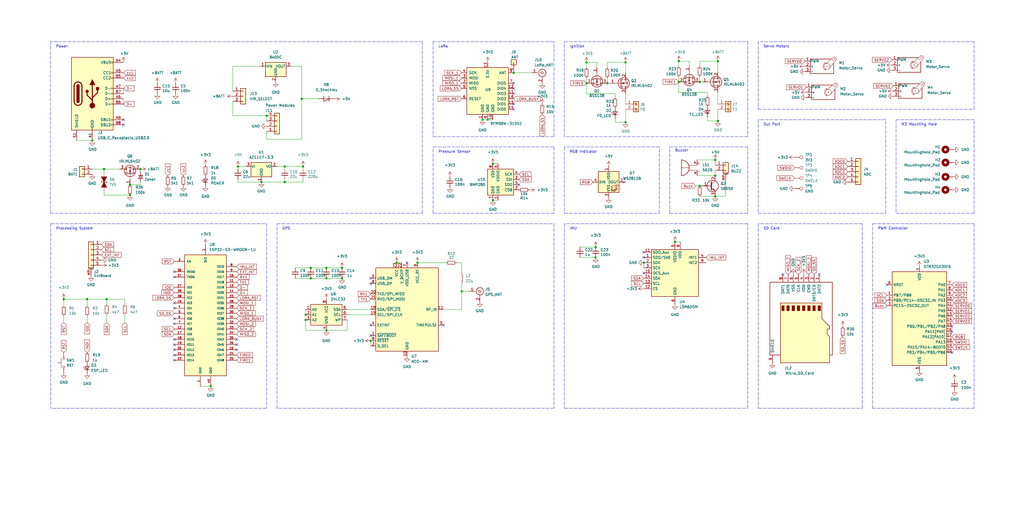
<source format=kicad_sch>
(kicad_sch (version 20230121) (generator eeschema)
  (paper "User" 499.999 250.012)
  (title_block (title "ISP32") (date "2023-01-05") (rev "v0.0.1") (company "NCKU ISP"))
  (junction (at 147.955 81.28))
  (junction (at 240.665 80.01))
  (junction (at 139.065 81.28))
  (junction (at 52.07 146.05))
  (junction (at 349.25 78.105))
  (junction (at 63.5 95.25))
  (junction (at 159.385 135.89))
  (junction (at 149.225 153.67))
  (junction (at 31.115 146.05))
  (junction (at 331.47 40.005))
  (junction (at 329.565 118.11))
  (junction (at 225.425 142.24))
  (junction (at 130.175 56.515))
  (junction (at 290.83 120.65))
  (junction (at 167.005 130.81))
  (junction (at 296.545 40.64))
  (junction (at 290.83 125.73))
  (junction (at 159.385 130.81))
  (junction (at 151.765 135.89))
  (junction (at 203.835 128.27))
  (junction (at 151.765 130.81))
  (junction (at 349.25 95.885))
  (junction (at 127.635 88.9))
  (junction (at 331.47 29.845))
  (junction (at 350.52 59.055))
  (junction (at 314.325 128.27))
  (junction (at 238.125 58.42))
  (junction (at 250.825 35.56))
  (junction (at 45.085 68.58))
  (junction (at 147.32 48.26))
  (junction (at 159.385 161.29))
  (junction (at 341.63 90.805))
  (junction (at 167.005 135.89))
  (junction (at 305.435 59.69))
  (junction (at 116.205 81.28))
  (junction (at 180.975 166.37))
  (junction (at 286.385 40.64))
  (junction (at 305.435 30.48))
  (junction (at 63.5 90.17))
  (junction (at 68.58 82.55))
  (junction (at 149.225 156.21))
  (junction (at 240.665 97.79))
  (junction (at 139.065 88.9))
  (junction (at 341.63 40.005))
  (junction (at 193.675 128.27))
  (junction (at 235.585 58.42))
  (junction (at 50.8 82.55))
  (junction (at 102.87 188.595))
  (junction (at 349.25 85.725))
  (junction (at 286.385 30.48))
  (junction (at 42.545 146.05))
  (junction (at 350.52 29.845))
  (no_connect (at 250.825 45.72))
  (no_connect (at 382.27 133.985))
  (no_connect (at 314.325 133.35))
  (no_connect (at 250.825 50.8))
  (no_connect (at 85.09 150.495))
  (no_connect (at 250.825 40.64))
  (no_connect (at 85.09 175.895))
  (no_connect (at -99.06 3.81))
  (no_connect (at 85.09 165.735))
  (no_connect (at 180.975 138.43))
  (no_connect (at 464.82 161.925))
  (no_connect (at 400.05 133.985))
  (no_connect (at 314.325 123.19))
  (no_connect (at 85.09 132.715))
  (no_connect (at 60.325 60.96))
  (no_connect (at 464.82 172.085))
  (no_connect (at 216.535 158.75))
  (no_connect (at 180.975 163.83))
  (no_connect (at 253.365 90.17))
  (no_connect (at 85.09 147.955))
  (no_connect (at 250.825 43.18))
  (no_connect (at 115.57 170.815))
  (no_connect (at 180.975 158.75))
  (no_connect (at 85.09 168.275))
  (no_connect (at 314.325 125.73))
  (no_connect (at 85.09 155.575))
  (no_connect (at 433.07 139.065))
  (no_connect (at 85.09 170.815))
  (no_connect (at 198.755 128.27))
  (no_connect (at 180.975 135.89))
  (no_connect (at 115.57 165.735))
  (no_connect (at 85.09 173.355))
  (no_connect (at 85.09 135.255))
  (no_connect (at 304.8 88.9))
  (no_connect (at 115.57 168.275))
  (no_connect (at 85.09 158.115))
  (no_connect (at 250.825 53.34))
  (no_connect (at 60.325 58.42))
  (no_connect (at 464.82 159.385))
  (wire (pts (xy 350.52 50.8) (xy 350.52 45.085)))
  (wire (pts (xy 314.325 128.27) (xy 314.325 130.81)))
  (wire (pts (xy 300.355 57.785) (xy 300.355 59.69)))
  (wire (pts (xy 331.47 45.085) (xy 345.44 45.085)))
  (wire (pts (xy 116.205 88.9) (xy 127.635 88.9)))
  (wire (pts (xy 113.665 49.53) (xy 113.665 56.515)))
  (wire (pts (xy 127.635 88.9) (xy 139.065 88.9)))
  (wire (pts (xy 300.355 59.69) (xy 305.435 59.69)))
  (wire (pts (xy 340.36 85.725) (xy 349.25 85.725)))
  (wire (pts (xy 296.545 40.64) (xy 297.815 40.64)))
  (polyline (pts (xy 370.205 53.34) (xy 475.615 53.34)) (stroke (width 0) (type dash)))
  (polyline (pts (xy 24.638 20.32) (xy 24.638 104.14)) (stroke (width 0) (type dash)))
  (polyline (pts (xy 365.125 199.39) (xy 365.125 109.22)) (stroke (width 0) (type dash)))
  (wire (pts (xy 169.545 151.13) (xy 180.975 151.13)))
  (polyline (pts (xy 475.615 20.32) (xy 370.205 20.32)) (stroke (width 0) (type dash)))
  (wire (pts (xy 286.385 45.72) (xy 286.385 40.64)))
  (wire (pts (xy 68.58 90.17) (xy 63.5 90.17)))
  (polyline (pts (xy 426.085 109.22) (xy 475.615 109.22)) (stroke (width 0) (type dash)))
  (polyline (pts (xy 475.615 58.42) (xy 437.515 58.42)) (stroke (width 0) (type dash)))
  (wire (pts (xy 331.47 45.085) (xy 331.47 40.005)))
  (wire (pts (xy 331.47 29.845) (xy 331.47 32.385)))
  (polyline (pts (xy 24.765 109.22) (xy 24.765 199.39)) (stroke (width 0) (type dash)))
  (wire (pts (xy 149.225 153.67) (xy 149.225 156.21)))
  (polyline (pts (xy 426.085 199.39) (xy 426.085 109.22)) (stroke (width 0) (type dash)))
  (polyline (pts (xy 370.205 104.14) (xy 432.435 104.14)) (stroke (width 0) (type dash)))
  (wire (pts (xy 52.07 153.67) (xy 52.07 157.48)))
  (polyline (pts (xy 437.515 104.14) (xy 475.615 104.14)) (stroke (width 0) (type dash)))
  (wire (pts (xy 350.52 53.34) (xy 350.52 59.055)))
  (polyline (pts (xy 211.455 71.755) (xy 270.51 71.755)) (stroke (width 0) (type dash)))
  (wire (pts (xy 159.385 135.89) (xy 167.005 135.89)))
  (wire (pts (xy 31.115 154.305) (xy 31.115 157.48)))
  (wire (pts (xy 341.63 37.465) (xy 341.63 40.005)))
  (polyline (pts (xy 270.51 66.675) (xy 270.51 20.32)) (stroke (width 0) (type dash)))
  (wire (pts (xy 116.205 81.28) (xy 116.205 82.55)))
  (wire (pts (xy 116.205 87.63) (xy 116.205 88.9)))
  (wire (pts (xy 60.96 153.67) (xy 60.96 157.48)))
  (wire (pts (xy 147.32 67.945) (xy 147.32 48.26)))
  (polyline (pts (xy 275.59 20.32) (xy 365.125 20.32)) (stroke (width 0) (type dash)))
  (polyline (pts (xy 130.175 199.39) (xy 24.765 199.39)) (stroke (width 0) (type dash)))
  (wire (pts (xy 130.175 56.515) (xy 130.175 59.055)))
  (polyline (pts (xy 327.025 104.14) (xy 327.025 71.755)) (stroke (width 0) (type dash)))
  (wire (pts (xy 169.545 153.67) (xy 180.975 153.67)))
  (wire (pts (xy 58.42 82.55) (xy 50.8 82.55)))
  (wire (pts (xy 50.8 95.25) (xy 63.5 95.25)))
  (wire (pts (xy 130.175 67.945) (xy 147.32 67.945)))
  (polyline (pts (xy 370.205 58.42) (xy 370.205 104.14)) (stroke (width 0) (type dash)))
  (wire (pts (xy 139.065 81.28) (xy 135.255 81.28)))
  (polyline (pts (xy 327.025 71.755) (xy 365.125 71.755)) (stroke (width 0) (type dash)))
  (polyline (pts (xy 270.51 71.755) (xy 270.51 104.14)) (stroke (width 0) (type dash)))
  (wire (pts (xy 286.385 38.1) (xy 286.385 40.64)))
  (wire (pts (xy 147.955 88.9) (xy 147.955 87.63)))
  (polyline (pts (xy 206.248 20.32) (xy 24.638 20.32)) (stroke (width 0) (type dash)))
  (polyline (pts (xy 24.638 104.14) (xy 206.248 104.14)) (stroke (width 0) (type dash)))
  (polyline (pts (xy 365.125 71.755) (xy 365.125 104.14)) (stroke (width 0) (type dash)))
  (wire (pts (xy 286.385 45.72) (xy 300.355 45.72)))
  (polyline (pts (xy 211.455 66.675) (xy 270.51 66.675)) (stroke (width 0) (type dash)))
  (polyline (pts (xy 365.125 109.22) (xy 275.59 109.22)) (stroke (width 0) (type dash)))
  (wire (pts (xy 305.435 30.48) (xy 305.435 35.56)))
  (wire (pts (xy 345.44 46.99) (xy 345.44 45.085)))
  (wire (pts (xy 225.425 138.43) (xy 225.425 142.24)))
  (wire (pts (xy 149.225 156.21) (xy 149.225 161.29)))
  (wire (pts (xy 50.8 82.55) (xy 45.085 82.55)))
  (polyline (pts (xy 437.515 58.42) (xy 437.515 104.14)) (stroke (width 0) (type dash)))
  (polyline (pts (xy 135.255 109.22) (xy 270.51 109.22)) (stroke (width 0) (type dash)))
  (wire (pts (xy 193.675 128.27) (xy 196.215 128.27)))
  (wire (pts (xy 296.545 30.48) (xy 305.435 30.48)))
  (polyline (pts (xy 275.59 199.39) (xy 365.125 199.39)) (stroke (width 0) (type dash)))
  (wire (pts (xy 203.835 128.27) (xy 217.805 128.27)))
  (wire (pts (xy 50.8 82.55) (xy 50.8 85.09)))
  (wire (pts (xy 147.32 48.26) (xy 155.575 48.26)))
  (wire (pts (xy 300.355 47.625) (xy 300.355 45.72)))
  (wire (pts (xy 331.47 29.845) (xy 336.55 29.845)))
  (polyline (pts (xy 475.615 109.22) (xy 475.615 199.39)) (stroke (width 0) (type dash)))
  (polyline (pts (xy 432.435 104.14) (xy 432.435 58.42)) (stroke (width 0) (type dash)))
  (wire (pts (xy 340.36 78.105) (xy 349.25 78.105)))
  (wire (pts (xy 286.385 30.48) (xy 291.465 30.48)))
  (wire (pts (xy 238.125 58.42) (xy 240.665 58.42)))
  (wire (pts (xy 142.24 32.385) (xy 147.32 32.385)))
  (polyline (pts (xy 370.205 109.22) (xy 370.205 199.39)) (stroke (width 0) (type dash)))
  (wire (pts (xy 68.58 82.55) (xy 68.58 83.82)))
  (wire (pts (xy 151.765 130.81) (xy 159.385 130.81)))
  (polyline (pts (xy 275.59 104.14) (xy 321.945 104.14)) (stroke (width 0) (type dash)))
  (wire (pts (xy 296.545 33.02) (xy 296.545 30.48)))
  (wire (pts (xy 144.145 130.81) (xy 151.765 130.81)))
  (polyline (pts (xy 432.435 58.42) (xy 370.205 58.42)) (stroke (width 0) (type dash)))
  (wire (pts (xy 31.115 146.05) (xy 31.115 149.225)))
  (polyline (pts (xy 365.125 20.32) (xy 365.125 66.675)) (stroke (width 0) (type dash)))
  (polyline (pts (xy 275.59 66.675) (xy 275.59 20.32)) (stroke (width 0) (type dash)))
  (polyline (pts (xy 370.205 20.32) (xy 370.205 53.34)) (stroke (width 0) (type dash)))
  (polyline (pts (xy 211.455 104.14) (xy 211.455 71.755)) (stroke (width 0) (type dash)))
  (wire (pts (xy 151.765 135.89) (xy 159.385 135.89)))
  (wire (pts (xy 240.665 97.79) (xy 243.205 97.79)))
  (wire (pts (xy 120.015 81.28) (xy 116.205 81.28)))
  (wire (pts (xy 349.25 83.185) (xy 349.25 85.725)))
  (wire (pts (xy 52.07 146.05) (xy 60.96 146.05)))
  (wire (pts (xy 50.8 92.71) (xy 50.8 95.25)))
  (polyline (pts (xy 365.125 104.14) (xy 327.025 104.14)) (stroke (width 0) (type dash)))
  (polyline (pts (xy 270.51 104.14) (xy 211.455 104.14)) (stroke (width 0) (type dash)))
  (wire (pts (xy 225.425 128.27) (xy 225.425 133.35)))
  (wire (pts (xy 42.545 157.48) (xy 42.545 154.305)))
  (polyline (pts (xy 211.455 20.32) (xy 270.51 20.32)) (stroke (width 0) (type dash)))
  (polyline (pts (xy 211.455 20.32) (xy 211.455 66.675)) (stroke (width 0) (type dash)))
  (wire (pts (xy 159.385 161.29) (xy 169.545 161.29)))
  (polyline (pts (xy 421.005 199.39) (xy 421.005 109.22)) (stroke (width 0) (type dash)))
  (wire (pts (xy 341.63 95.885) (xy 349.25 95.885)))
  (wire (pts (xy 159.385 130.81) (xy 167.005 130.81)))
  (polyline (pts (xy 321.945 71.755) (xy 275.59 71.755)) (stroke (width 0) (type dash)))
  (wire (pts (xy 139.065 81.28) (xy 139.065 82.55)))
  (wire (pts (xy 42.545 146.05) (xy 31.115 146.05)))
  (wire (pts (xy 341.63 40.005) (xy 342.9 40.005)))
  (wire (pts (xy 216.535 151.13) (xy 225.425 151.13)))
  (wire (pts (xy 149.225 151.13) (xy 149.225 153.67)))
  (polyline (pts (xy 475.615 199.39) (xy 426.085 199.39)) (stroke (width 0) (type dash)))
  (wire (pts (xy 345.44 57.15) (xy 345.44 59.055)))
  (wire (pts (xy 259.715 35.56) (xy 250.825 35.56)))
  (wire (pts (xy 147.955 81.28) (xy 139.065 81.28)))
  (wire (pts (xy 144.145 135.89) (xy 151.765 135.89)))
  (wire (pts (xy 37.465 68.58) (xy 45.085 68.58)))
  (wire (pts (xy 42.545 146.05) (xy 52.07 146.05)))
  (polyline (pts (xy 475.615 53.34) (xy 475.615 20.32)) (stroke (width 0) (type dash)))
  (wire (pts (xy 341.63 29.845) (xy 350.52 29.845)))
  (wire (pts (xy 283.21 125.73) (xy 290.83 125.73)))
  (polyline (pts (xy 206.248 104.14) (xy 206.248 20.32)) (stroke (width 0) (type dash)))
  (wire (pts (xy 339.725 90.805) (xy 341.63 90.805)))
  (wire (pts (xy 113.665 56.515) (xy 130.175 56.515)))
  (polyline (pts (xy 275.59 71.755) (xy 275.59 104.14)) (stroke (width 0) (type dash)))
  (wire (pts (xy 354.33 95.885) (xy 349.25 95.885)))
  (wire (pts (xy 42.545 149.225) (xy 42.545 146.05)))
  (wire (pts (xy 291.465 33.02) (xy 291.465 30.48)))
  (wire (pts (xy 139.065 88.9) (xy 147.955 88.9)))
  (polyline (pts (xy 270.51 199.39) (xy 135.255 199.39)) (stroke (width 0) (type dash)))
  (wire (pts (xy 149.225 161.29) (xy 159.385 161.29)))
  (wire (pts (xy 225.425 142.24) (xy 229.235 142.24)))
  (polyline (pts (xy 135.255 199.39) (xy 135.255 109.22)) (stroke (width 0) (type dash)))
  (polyline (pts (xy 365.125 66.675) (xy 275.59 66.675)) (stroke (width 0) (type dash)))
  (wire (pts (xy 305.435 45.72) (xy 305.435 50.8)))
  (wire (pts (xy 331.47 37.465) (xy 331.47 40.005)))
  (wire (pts (xy 329.565 118.11) (xy 332.105 118.11)))
  (polyline (pts (xy 370.205 199.39) (xy 421.005 199.39)) (stroke (width 0) (type dash)))
  (wire (pts (xy 283.21 120.65) (xy 290.83 120.65)))
  (wire (pts (xy 97.79 188.595) (xy 102.87 188.595)))
  (wire (pts (xy 169.545 161.29) (xy 169.545 156.21)))
  (wire (pts (xy 222.885 128.27) (xy 225.425 128.27)))
  (wire (pts (xy 225.425 151.13) (xy 225.425 142.24)))
  (wire (pts (xy 113.665 32.385) (xy 127 32.385)))
  (polyline (pts (xy 130.175 109.22) (xy 130.175 199.39)) (stroke (width 0) (type dash)))
  (polyline (pts (xy 275.59 109.22) (xy 275.59 199.39)) (stroke (width 0) (type dash)))
  (polyline (pts (xy 270.51 109.22) (xy 270.51 199.39)) (stroke (width 0) (type dash)))
  (wire (pts (xy 341.63 32.385) (xy 341.63 29.845)))
  (wire (pts (xy 60.96 146.05) (xy 60.96 148.59)))
  (polyline (pts (xy 475.615 104.14) (xy 475.615 58.42)) (stroke (width 0) (type dash)))
  (wire (pts (xy 147.32 32.385) (xy 147.32 48.26)))
  (wire (pts (xy 60.325 48.26) (xy 60.325 50.8)))
  (wire (pts (xy 296.545 38.1) (xy 296.545 40.64)))
  (wire (pts (xy 68.58 88.9) (xy 68.58 90.17)))
  (wire (pts (xy 349.25 78.105) (xy 349.25 80.645)))
  (wire (pts (xy 345.44 59.055) (xy 350.52 59.055)))
  (wire (pts (xy 130.175 64.135) (xy 130.175 67.945)))
  (wire (pts (xy 139.065 87.63) (xy 139.065 88.9)))
  (wire (pts (xy 60.325 43.18) (xy 60.325 45.72)))
  (wire (pts (xy 235.585 58.42) (xy 238.125 58.42)))
  (polyline (pts (xy 321.945 104.14) (xy 321.945 71.755)) (stroke (width 0) (type dash)))
  (wire (pts (xy 52.07 146.05) (xy 52.07 148.59)))
  (wire (pts (xy 180.975 166.37) (xy 180.975 168.91)))
  (wire (pts (xy 286.385 30.48) (xy 286.385 33.02)))
  (polyline (pts (xy 24.765 109.22) (xy 130.175 109.22)) (stroke (width 0) (type dash)))
  (wire (pts (xy 336.55 32.385) (xy 336.55 29.845)))
  (wire (pts (xy 305.435 53.34) (xy 305.435 59.69)))
  (wire (pts (xy 240.665 80.01) (xy 243.205 80.01)))
  (wire (pts (xy 147.955 82.55) (xy 147.955 81.28)))
  (wire (pts (xy 354.33 88.265) (xy 354.33 95.885)))
  (polyline (pts (xy 421.005 109.22) (xy 370.205 109.22)) (stroke (width 0) (type dash)))
  (wire (pts (xy 113.665 44.45) (xy 113.665 32.385)))
  (wire (pts (xy 350.52 29.845) (xy 350.52 34.925)))
  (text "IMU" (at 278.13 112.395 0) (effects (font (size 1.27 1.27)) (justify left bottom)))
  (text "PWM Controller" (at 428.625 112.395 0) (effects (font (size 1.27 1.27)) (justify left bottom)))
  (text "Ignition" (at 278.13 23.495 0) (effects (font (size 1.27 1.27)) (justify left bottom)))
  (text "M3 Mounting Hole" (at 440.055 61.595 0) (effects (font (size 1.27 1.27)) (justify left bottom)))
  (text "Servo Motors" (at 372.745 23.495 0) (effects (font (size 1.27 1.27)) (justify left bottom)))
  (text "RGB Indicator" (at 278.13 74.93 0) (effects (font (size 1.27 1.27)) (justify left bottom)))
  (text "Out Port" (at 372.745 61.595 0) (effects (font (size 1.27 1.27)) (justify left bottom)))
  (text "Buzzer" (at 329.565 74.295 0) (effects (font (size 1.27 1.27)) (justify left bottom)))
  (text "Processing System" (at 27.305 112.395 0) (effects (font (size 1.27 1.27)) (justify left bottom)))
  (text "Pressure Sensor" (at 213.995 74.93 0) (effects (font (size 1.27 1.27)) (justify left bottom)))
  (text "LoRa" (at 213.995 23.495 0) (effects (font (size 1.27 1.27)) (justify left bottom)))
  (text "GPS" (at 137.795 112.395 0) (effects (font (size 1.27 1.27)) (justify left bottom)))
  (text "SD Card" (at 372.745 112.395 0) (effects (font (size 1.27 1.27)) (justify left bottom)))
  (text "Power" (at 27.305 23.495 0) (effects (font (size 1.27 1.27)) (justify left bottom)))
  (global_label "EXT_INT" (shape input) (at 49.53 124.46 0) (property "Intersheetrefs" "${INTERSHEET_REFS}" (effects hide)))
  (global_label "LORA_SS" (shape input) (at 85.09 145.415 180) (property "Intersheetrefs" "${INTERSHEET_REFS}" (effects hide)))
  (global_label "MOSI_2" (shape input) (at 394.97 133.985 90) (property "Intersheetrefs" "${INTERSHEET_REFS}" (effects hide)))
  (global_label "SERVO3" (shape input) (at 436.245 41.91 180) (property "Intersheetrefs" "${INTERSHEET_REFS}" (effects hide)))
  (global_label "RX1" (shape input) (at 115.57 135.255 0) (property "Intersheetrefs" "${INTERSHEET_REFS}" (effects hide)))
  (global_label "LORA_BUSY" (shape input) (at 250.825 48.26 0) (property "Intersheetrefs" "${INTERSHEET_REFS}" (effects hide)))
  (global_label "ADC3" (shape input) (at 414.02 86.36 180) (property "Intersheetrefs" "${INTERSHEET_REFS}" (effects hide)))
  (global_label "SERVO3" (shape input) (at 464.82 156.845 0) (property "Intersheetrefs" "${INTERSHEET_REFS}" (effects hide)))
  (global_label "FIRE1" (shape input) (at 331.47 40.005 180) (property "Intersheetrefs" "${INTERSHEET_REFS}" (effects hide)))
  (global_label "ADC2" (shape input) (at 414.02 83.82 180) (property "Intersheetrefs" "${INTERSHEET_REFS}" (effects hide)))
  (global_label "MOSI_1" (shape input) (at 115.57 147.955 0) (property "Intersheetrefs" "${INTERSHEET_REFS}" (effects hide)))
  (global_label "SD_SS" (shape input) (at 85.09 153.035 180) (property "Intersheetrefs" "${INTERSHEET_REFS}" (effects hide)))
  (global_label "MISO_2" (shape input) (at 384.81 133.985 90) (property "Intersheetrefs" "${INTERSHEET_REFS}" (effects hide)))
  (global_label "INDI" (shape input) (at 42.545 172.085 90) (property "Intersheetrefs" "${INTERSHEET_REFS}" (effects hide)))
  (global_label "IO0" (shape input) (at 42.545 157.48 270) (property "Intersheetrefs" "${INTERSHEET_REFS}" (effects hide)))
  (global_label "ADC1" (shape input) (at 464.82 141.605 0) (property "Intersheetrefs" "${INTERSHEET_REFS}" (effects hide)))
  (global_label "ADC0" (shape input) (at 414.02 78.74 180) (property "Intersheetrefs" "${INTERSHEET_REFS}" (effects hide)))
  (global_label "SDA" (shape input) (at 253.365 87.63 0) (property "Intersheetrefs" "${INTERSHEET_REFS}" (effects hide)))
  (global_label "SCL" (shape input) (at 60.96 157.48 270) (property "Intersheetrefs" "${INTERSHEET_REFS}" (effects hide)))
  (global_label "IO0" (shape input) (at 85.09 140.335 180) (property "Intersheetrefs" "${INTERSHEET_REFS}" (effects hide)))
  (global_label "SD_SS" (shape input) (at 411.48 164.465 270) (property "Intersheetrefs" "${INTERSHEET_REFS}" (effects hide)))
  (global_label "SCL" (shape input) (at 85.09 160.655 180) (property "Intersheetrefs" "${INTERSHEET_REFS}" (effects hide)))
  (global_label "SERVO0" (shape input) (at 464.82 149.225 0) (property "Intersheetrefs" "${INTERSHEET_REFS}" (effects hide)))
  (global_label "MOSI_2" (shape input) (at 115.57 158.115 0) (property "Intersheetrefs" "${INTERSHEET_REFS}" (effects hide)))
  (global_label "LORA_BUSY" (shape input) (at 115.57 155.575 0) (property "Intersheetrefs" "${INTERSHEET_REFS}" (effects hide)))
  (global_label "SCK_1" (shape input) (at 225.425 35.56 180) (property "Intersheetrefs" "${INTERSHEET_REFS}" (effects hide)))
  (global_label "SCK_2" (shape input) (at 115.57 160.655 0) (property "Intersheetrefs" "${INTERSHEET_REFS}" (effects hide)))
  (global_label "SDA" (shape input) (at 314.325 135.89 180) (property "Intersheetrefs" "${INTERSHEET_REFS}" (effects hide)))
  (global_label "ADC1" (shape input) (at 414.02 81.28 180) (property "Intersheetrefs" "${INTERSHEET_REFS}" (effects hide)))
  (global_label "IMU_INT" (shape input) (at 115.57 130.175 0) (property "Intersheetrefs" "${INTERSHEET_REFS}" (effects hide)))
  (global_label "SERVO2" (shape input) (at 435.61 29.21 180) (property "Intersheetrefs" "${INTERSHEET_REFS}" (effects hide)))
  (global_label "MISO_1" (shape input) (at 225.425 40.64 180) (property "Intersheetrefs" "${INTERSHEET_REFS}" (effects hide)))
  (global_label "RST" (shape input) (at 85.09 127.635 180) (property "Intersheetrefs" "${INTERSHEET_REFS}" (effects hide)))
  (global_label "TX1" (shape input) (at 115.57 137.795 0) (property "Intersheetrefs" "${INTERSHEET_REFS}" (effects hide)))
  (global_label "D-" (shape input) (at 115.57 140.335 0) (property "Intersheetrefs" "${INTERSHEET_REFS}" (effects hide)))
  (global_label "TX1" (shape input) (at 180.975 146.05 180) (property "Intersheetrefs" "${INTERSHEET_REFS}" (effects hide)))
  (global_label "SERVO1" (shape input) (at 464.82 151.765 0) (property "Intersheetrefs" "${INTERSHEET_REFS}" (effects hide)))
  (global_label "MISO_2" (shape input) (at 115.57 163.195 0) (property "Intersheetrefs" "${INTERSHEET_REFS}" (effects hide)))
  (global_label "D-" (shape input) (at 60.325 43.18 0) (property "Intersheetrefs" "${INTERSHEET_REFS}" (effects hide)))
  (global_label "SWDIO" (shape input) (at 464.82 167.005 0) (property "Intersheetrefs" "${INTERSHEET_REFS}" (effects hide)))
  (global_label "FIRE0" (shape input) (at 115.57 173.355 0) (property "Intersheetrefs" "${INTERSHEET_REFS}" (effects hide)))
  (global_label "FIRE0" (shape input) (at 286.385 40.64 180) (property "Intersheetrefs" "${INTERSHEET_REFS}" (effects hide)))
  (global_label "FIRE1" (shape input) (at 115.57 175.895 0) (property "Intersheetrefs" "${INTERSHEET_REFS}" (effects hide)))
  (global_label "SDA" (shape input) (at 85.09 163.195 180) (property "Intersheetrefs" "${INTERSHEET_REFS}" (effects hide)))
  (global_label "SCK_2" (shape input) (at 389.89 133.985 90) (property "Intersheetrefs" "${INTERSHEET_REFS}" (effects hide)))
  (global_label "SWDIO" (shape input) (at 387.985 81.915 180) (property "Intersheetrefs" "${INTERSHEET_REFS}" (effects hide)))
  (global_label "cc2" (shape input) (at 60.325 38.1 0) (property "Intersheetrefs" "${INTERSHEET_REFS}" (effects hide)))
  (global_label "ADC3" (shape input) (at 464.82 146.685 0) (property "Intersheetrefs" "${INTERSHEET_REFS}" (effects hide)))
  (global_label "MOSI_1" (shape input) (at 225.425 38.1 180) (property "Intersheetrefs" "${INTERSHEET_REFS}" (effects hide)))
  (global_label "D+" (shape input) (at 115.57 142.875 0) (property "Intersheetrefs" "${INTERSHEET_REFS}" (effects hide)))
  (global_label "cc1" (shape input) (at 81.915 85.725 90) (property "Intersheetrefs" "${INTERSHEET_REFS}" (effects hide)))
  (global_label "SDA" (shape input) (at 52.07 157.48 270) (property "Intersheetrefs" "${INTERSHEET_REFS}" (effects hide)))
  (global_label "SD_SS" (shape input) (at 397.51 133.985 90) (property "Intersheetrefs" "${INTERSHEET_REFS}" (effects hide)))
  (global_label "Buzz" (shape input) (at 433.07 149.225 180) (property "Intersheetrefs" "${INTERSHEET_REFS}" (effects hide)))
  (global_label "LORA_SS" (shape input) (at 264.795 55.88 270) (property "Intersheetrefs" "${INTERSHEET_REFS}" (effects hide)))
  (global_label "SWCLK" (shape input) (at 387.985 86.995 180) (property "Intersheetrefs" "${INTERSHEET_REFS}" (effects hide)))
  (global_label "SCL" (shape input) (at 49.53 121.92 0) (property "Intersheetrefs" "${INTERSHEET_REFS}" (effects hide)))
  (global_label "Buzz" (shape input) (at 339.725 90.805 180) (property "Intersheetrefs" "${INTERSHEET_REFS}" (effects hide)))
  (global_label "SCL" (shape input) (at 253.365 85.09 0) (property "Intersheetrefs" "${INTERSHEET_REFS}" (effects hide)))
  (global_label "SDA" (shape input) (at 49.53 119.38 0) (property "Intersheetrefs" "${INTERSHEET_REFS}" (effects hide)))
  (global_label "EXT_INT" (shape input) (at 115.57 132.715 0) (property "Intersheetrefs" "${INTERSHEET_REFS}" (effects hide)))
  (global_label "SERVO1" (shape input) (at 393.7 42.545 180) (property "Intersheetrefs" "${INTERSHEET_REFS}" (effects hide)))
  (global_label "RST" (shape input) (at 31.115 157.48 270) (property "Intersheetrefs" "${INTERSHEET_REFS}" (effects hide)))
  (global_label "RGB" (shape input) (at 289.56 88.9 180) (property "Intersheetrefs" "${INTERSHEET_REFS}" (effects hide)))
  (global_label "ADC0" (shape input) (at 464.82 139.065 0) (property "Intersheetrefs" "${INTERSHEET_REFS}" (effects hide)))
  (global_label "SCL" (shape input) (at 433.07 144.145 180) (property "Intersheetrefs" "${INTERSHEET_REFS}" (effects hide)))
  (global_label "RST" (shape input) (at 31.115 172.085 90) (property "Intersheetrefs" "${INTERSHEET_REFS}" (effects hide)))
  (global_label "SCK_1" (shape input) (at 115.57 150.495 0) (property "Intersheetrefs" "${INTERSHEET_REFS}" (effects hide)))
  (global_label "RX1" (shape input) (at 180.975 143.51 180) (property "Intersheetrefs" "${INTERSHEET_REFS}" (effects hide)))
  (global_label "D+" (shape input) (at 60.325 50.8 0) (property "Intersheetrefs" "${INTERSHEET_REFS}" (effects hide)))
  (global_label "LORA_RST" (shape input) (at 225.425 48.26 180) (property "Intersheetrefs" "${INTERSHEET_REFS}" (effects hide)))
  (global_label "SDA" (shape input) (at 433.07 146.685 180) (property "Intersheetrefs" "${INTERSHEET_REFS}" (effects hide)))
  (global_label "ADC2" (shape input) (at 464.82 144.145 0) (property "Intersheetrefs" "${INTERSHEET_REFS}" (effects hide)))
  (global_label "LORA_SS" (shape input) (at 225.425 43.18 180) (property "Intersheetrefs" "${INTERSHEET_REFS}" (effects hide)))
  (global_label "IMU_INT" (shape input) (at 344.805 125.73 0) (property "Intersheetrefs" "${INTERSHEET_REFS}" (effects hide)))
  (global_label "cc2" (shape input) (at 89.535 85.725 90) (property "Intersheetrefs" "${INTERSHEET_REFS}" (effects hide)))
  (global_label "SWCLK" (shape input) (at 464.82 169.545 0) (property "Intersheetrefs" "${INTERSHEET_REFS}" (effects hide)))
  (global_label "cc1" (shape input) (at 60.325 35.56 0) (property "Intersheetrefs" "${INTERSHEET_REFS}" (effects hide)))
  (global_label "RGB" (shape input) (at 464.82 164.465 0) (property "Intersheetrefs" "${INTERSHEET_REFS}" (effects hide)))
  (global_label "MISO_1" (shape input) (at 115.57 153.035 0) (property "Intersheetrefs" "${INTERSHEET_REFS}" (effects hide)))
  (global_label "LORA_RST" (shape input) (at 115.57 145.415 0) (property "Intersheetrefs" "${INTERSHEET_REFS}" (effects hide)))
  (global_label "SERVO0" (shape input) (at 393.065 29.845 180) (property "Intersheetrefs" "${INTERSHEET_REFS}" (effects hide)))
  (global_label "SCL" (shape input) (at 314.325 138.43 180) (property "Intersheetrefs" "${INTERSHEET_REFS}" (effects hide)))
  (global_label "SERVO2" (shape input) (at 464.82 154.305 0) (property "Intersheetrefs" "${INTERSHEET_REFS}" (effects hide)))
  (global_label "INDI" (shape input) (at 85.09 142.875 180) (property "Intersheetrefs" "${INTERSHEET_REFS}" (effects hide)))
  (symbol (lib_id "Transistor_FET:BSS138") (at 336.55 37.465 270) (unit 1)
    (property "Reference" "Q4" (at 336.55 43.7896 90))
    (property "Value" "BSS138" (at 336.55 46.101 90))
    (property "Footprint" "Package_TO_SOT_SMD:SOT-23" (effects hide))
    (property "Datasheet" "https://www.onsemi.com/pub/Collateral/BSS138-D.PDF" (effects hide))
  )
  (symbol (lib_id "power:GND") (at 305.435 59.69 0) (unit 1)
    (property "Reference" "#PWR0120" (effects hide))
    (property "Value" "GND" (at 305.562 64.0842 0))
  )
  (symbol (lib_id "Connector:Conn_Coaxial") (at 264.795 35.56 0) (unit 1)
    (property "Reference" "J10" (at 260.985 29.21 0) (effects (justify left)))
    (property "Value" "LoRa_ANT" (at 260.985 31.75 0) (effects (justify left)))
    (property "Footprint" "Connector_Coaxial:U.FL_Hirose_U.FL-R-SMT-1_Vertical" (effects hide))
    (property "Datasheet" " ~" (effects hide))
  )
  (symbol (lib_id "Device:R_Small") (at 89.535 88.265 0) (unit 1)
    (property "Reference" "R7" (at 91.0336 87.0966 0) (effects (justify left)))
    (property "Value" "5k1" (at 91.0336 89.408 0) (effects (justify left)))
    (property "Footprint" "Resistor_SMD:R_0603_1608Metric" (effects hide))
  )
  (symbol (lib_id "power:GND") (at 89.535 90.805 0) (unit 1)
    (property "Reference" "#PWR0185" (effects hide))
    (property "Value" "GND" (at 89.662 95.1992 0))
  )
  (symbol (lib_id "Device:R_Small") (at 52.07 151.13 0) (unit 1)
    (property "Reference" "R4" (at 54.61 149.8599 0) (effects (justify left)))
    (property "Value" "4k7" (at 54.61 152.3999 0) (effects (justify left)))
    (property "Footprint" "Resistor_SMD:R_0603_1608Metric" (effects hide))
  )
  (symbol (lib_id "power:GND") (at 49.53 127 90) (mirror x) (unit 1)
    (property "Reference" "#PWR0186" (effects hide))
    (property "Value" "GND" (at 52.705 127.0001 90) (effects (justify right)))
  )
  (symbol (lib_id "power:+3V3") (at 238.125 30.48 0) (unit 1)
    (property "Reference" "#PWR0144" (effects hide))
    (property "Value" "+3V3" (at 238.125 25.4 0))
  )
  (symbol (lib_id "power:+3V3") (at 167.005 130.81 0) (unit 1)
    (property "Reference" "#PWR0129" (effects hide))
    (property "Value" "+3V3" (at 167.005 125.095 0))
  )
  (symbol (lib_id "power:GND") (at 349.25 95.885 0) (unit 1)
    (property "Reference" "#PWR0112" (effects hide))
    (property "Value" "GND" (at 349.25 100.33 0))
  )
  (symbol (lib_id "Mechanical:MountingHole_Pad") (at 462.915 92.71 90) (unit 1)
    (property "Reference" "H4" (at 457.835 91.44 90))
    (property "Value" "MountingHole_Pad" (at 450.215 93.98 90))
    (property "Footprint" "MountingHole:MountingHole_3.2mm_M3_ISO7380_Pad" (effects hide))
  )
  (symbol (lib_id "Device:D_Zener_Small") (at 68.58 86.36 270) (unit 1)
    (property "Reference" "D1" (at 70.485 85.09 90) (effects (justify left)))
    (property "Value" "Zener" (at 70.485 87.63 90) (effects (justify left)))
    (property "Footprint" "Diode_SMD:D_SOD-123" (effects hide))
  )
  (symbol (lib_id "Connector_Generic:Conn_01x05") (at 419.1 83.82 0) (unit 1)
    (property "Reference" "J4" (at 421.64 82.5499 0) (effects (justify left)))
    (property "Value" "ADC" (at 421.64 85.0899 0) (effects (justify left)))
    (property "Footprint" "Connector_PinHeader_1.27mm:PinHeader_1x05_P1.27mm_Vertical" (effects hide))
  )
  (symbol (lib_id "power:GND") (at 297.18 96.52 0) (unit 1)
    (property "Reference" "#PWR0111" (effects hide))
    (property "Value" "GND" (at 297.18 100.965 0))
  )
  (symbol (lib_name "+5V_1") (lib_id "power:+5V") (at 116.205 81.28 0) (unit 1)
    (property "Reference" "#PWR0113" (effects hide))
    (property "Value" "+5V" (at 116.205 75.565 0))
  )
  (symbol (lib_name "+5V_2") (lib_id "power:+5V") (at 297.18 81.28 0) (unit 1)
    (property "Reference" "#PWR0151" (effects hide))
    (property "Value" "+5V" (at 297.18 76.2 0))
  )
  (symbol (lib_name "+BATT_3") (lib_id "power:+BATT") (at 76.835 40.64 0) (unit 1)
    (property "Reference" "#PWR0175" (effects hide))
    (property "Value" "+BATT" (at 76.835 35.56 0))
  )
  (symbol (lib_id "Connector:TestPoint") (at 387.985 92.075 270) (unit 1)
    (property "Reference" "TP5" (at 393.065 90.8049 90) (effects (justify left)))
    (property "Value" "GND" (at 393.065 93.3449 90) (effects (justify left)))
    (property "Footprint" "TestPoint:TestPoint_Pad_D1.0mm" (effects hide))
  )
  (symbol (lib_id "RF_Module:RFM98W-315S2") (at 238.125 43.18 0) (unit 1)
    (property "Reference" "U9" (at 236.855 43.815 0) (effects (justify left)))
    (property "Value" "RFM98W-315S2" (at 239.395 60.325 0) (effects (justify left)))
    (property "Footprint" "RF_Module:HOPERF_RFM9XW_SMD" (effects hide))
    (property "Datasheet" "https://www.hoperf.com/data/upload/portal/20181127/5bfcdb5e17543.pdf" (effects hide))
  )
  (symbol (lib_id "Device:R_Small") (at 264.795 53.34 0) (unit 1)
    (property "Reference" "R15" (at 266.7 52.0699 0) (effects (justify left)))
    (property "Value" "10k" (at 266.7 54.6099 0) (effects (justify left)))
    (property "Footprint" "Resistor_SMD:R_0603_1608Metric" (effects hide))
  )
  (symbol (lib_id "power:GND") (at 448.945 180.975 0) (unit 1)
    (property "Reference" "#PWR0119" (effects hide))
    (property "Value" "GND" (at 448.945 185.42 0))
  )
  (symbol (lib_id "Device:R_Small") (at 81.915 88.265 0) (unit 1)
    (property "Reference" "R5" (at 83.4136 87.0966 0) (effects (justify left)))
    (property "Value" "5k1" (at 83.4136 89.408 0) (effects (justify left)))
    (property "Footprint" "Resistor_SMD:R_0603_1608Metric" (effects hide))
  )
  (symbol (lib_id "power:GND") (at 198.755 173.99 0) (unit 1)
    (property "Reference" "#PWR0170" (effects hide))
    (property "Value" "GND" (at 198.755 179.07 0))
  )
  (symbol (lib_id "Connector_Generic:Conn_01x01") (at 250.825 30.48 90) (unit 1)
    (property "Reference" "J9" (at 249.555 25.4 90) (effects (justify right)))
    (property "Value" "ANT" (at 249.555 27.94 90) (effects (justify right)))
    (property "Footprint" "Connector_PinHeader_2.00mm:PinHeader_1x01_P2.00mm_Vertical" (effects hide))
  )
  (symbol (lib_id "LED:WS2812B") (at 297.18 88.9 0) (unit 1)
    (property "Reference" "D7" (at 308.61 84.5693 0))
    (property "Value" "WS2812B" (at 308.61 87.1093 0))
    (property "Footprint" "LED_SMD:LED_WS2812B_PLCC4_5.0x5.0mm_P3.2mm" (effects hide))
    (property "Datasheet" "https://cdn-shop.adafruit.com/datasheets/WS2812B.pdf" (effects hide))
  )
  (symbol (lib_id "Device:C_Small") (at 219.71 88.9 0) (unit 1)
    (property "Reference" "C16" (at 222.0468 87.7316 0) (effects (justify left)))
    (property "Value" "100n" (at 222.0468 90.043 0) (effects (justify left)))
    (property "Footprint" "Capacitor_SMD:C_0603_1608Metric" (effects hide))
  )
  (symbol (lib_name "+5V_4") (lib_id "power:+5V") (at 393.065 32.385 90) (unit 1)
    (property "Reference" "#PWR0108" (effects hide))
    (property "Value" "+5V" (at 389.89 32.3849 90) (effects (justify left)))
  )
  (symbol (lib_id "power:GND") (at 44.45 134.62 0) (unit 1)
    (property "Reference" "#PWR0188" (effects hide))
    (property "Value" "GND" (at 44.45 139.065 0))
  )
  (symbol (lib_id "power:+5V") (at 60.325 30.48 0) (unit 1)
    (property "Reference" "#PWR0174" (effects hide))
    (property "Value" "+5V" (at 60.706 26.0858 0))
  )
  (symbol (lib_id "Device:R_Small") (at 341.63 34.925 0) (unit 1)
    (property "Reference" "R24" (at 343.1286 33.7566 0) (effects (justify left)))
    (property "Value" "100K" (at 343.1286 36.068 0) (effects (justify left)))
    (property "Footprint" "Resistor_SMD:R_0603_1608Metric" (effects hide))
  )
  (symbol (lib_id "power:+3V3") (at 466.09 185.42 0) (unit 1)
    (property "Reference" "#PWR0162" (effects hide))
    (property "Value" "+3V3" (at 466.09 179.705 0))
  )
  (symbol (lib_id "Transistor_FET:IRLML6402") (at 302.895 40.64 0) (mirror x) (unit 1)
    (property "Reference" "Q3" (at 308.0766 39.4716 0) (effects (justify left)))
    (property "Value" "IRLML6402" (at 308.0766 41.783 0) (effects (justify left)))
    (property "Footprint" "Package_TO_SOT_SMD:SOT-23" (effects hide))
    (property "Datasheet" "https://www.infineon.com/dgdl/irlml6402pbf.pdf?fileId=5546d462533600a401535668d5c2263c" (effects hide))
  )
  (symbol (lib_id "Memory_EEPROM:24LC32") (at 159.385 153.67 0) (unit 1)
    (property "Reference" "U6" (at 161.4044 143.51 0) (effects (justify left)))
    (property "Value" "24LC32" (at 161.4044 146.05 0) (effects (justify left)))
    (property "Footprint" "Package_SO:SOIC-8_3.9x4.9mm_P1.27mm" (effects hide))
    (property "Datasheet" "http://ww1.microchip.com/downloads/en/DeviceDoc/21072G.pdf" (effects hide))
  )
  (symbol (lib_id "RF_GPS:NEO-M8M") (at 198.755 151.13 0) (unit 1)
    (property "Reference" "U7" (at 200.7744 173.99 0) (effects (justify left)))
    (property "Value" "NEO-XM" (at 200.7744 176.53 0) (effects (justify left)))
    (property "Footprint" "RF_GPS:ublox_NEO" (effects hide))
    (property "Datasheet" "https://www.u-blox.com/sites/default/files/NEO-M8-FW3_DataSheet_%28UBX-15031086%29.pdf" (effects hide))
  )
  (symbol (lib_id "power:GND") (at 393.7 47.625 270) (unit 1)
    (property "Reference" "#PWR0103" (effects hide))
    (property "Value" "GND" (at 390.525 47.6249 90) (effects (justify right)))
  )
  (symbol (lib_id "Device:C_Small") (at 283.21 123.19 0) (unit 1)
    (property "Reference" "C22" (at 285.5468 122.0216 0) (effects (justify left)))
    (property "Value" "1u" (at 285.5468 124.333 0) (effects (justify left)))
    (property "Footprint" "Capacitor_SMD:C_0603_1608Metric" (effects hide))
  )
  (symbol (lib_id "Regulator_Linear:AZ1117-3.3") (at 127.635 81.28 0) (unit 1)
    (property "Reference" "U1" (at 127.635 74.295 0))
    (property "Value" "AZ1117-3.3" (at 127.635 76.835 0))
    (property "Footprint" "Package_TO_SOT_SMD:SOT-223-3_TabPin2" (effects hide))
    (property "Datasheet" "https://www.diodes.com/assets/Datasheets/AZ1117.pdf" (effects hide))
  )
  (symbol (lib_id "Device:R_Small") (at 341.63 93.345 0) (unit 1)
    (property "Reference" "R33" (at 337.82 97.79 0) (effects (justify left)))
    (property "Value" "10k" (at 342.9 97.79 0) (effects (justify left)))
    (property "Footprint" "Resistor_SMD:R_0603_1608Metric" (effects hide))
  )
  (symbol (lib_name "+BATT_4") (lib_id "power:+BATT") (at 68.58 82.55 270) (unit 1)
    (property "Reference" "#PWR0178" (effects hide))
    (property "Value" "+BATT" (at 71.755 82.55 90) (effects (justify left)))
  )
  (symbol (lib_id "Connector_Generic:Conn_01x04") (at 135.255 61.595 0) (mirror x) (unit 1)
    (property "Reference" "J11" (at 129.54 53.975 0) (effects (justify left)))
    (property "Value" "Power Modules" (at 129.54 51.435 0) (effects (justify left)))
    (property "Footprint" "Connector_PinSocket_2.54mm:PinSocket_1x04_P2.54mm_Vertical" (effects hide))
  )
  (symbol (lib_id "Device:C_Small") (at 144.145 133.35 0) (unit 1)
    (property "Reference" "C9" (at 146.4818 132.1816 0) (effects (justify left)))
    (property "Value" "100n" (at 146.4818 134.493 0) (effects (justify left)))
    (property "Footprint" "Capacitor_SMD:C_0603_1608Metric" (effects hide))
  )
  (symbol (lib_id "Regulator_Linear:AP2204R-5.0") (at 134.62 32.385 0) (unit 1)
    (property "Reference" "U2" (at 134.62 25.4 0))
    (property "Value" "BA05C" (at 134.62 27.94 0))
    (property "Footprint" "Package_TO_SOT_SMD:TO-252-2" (effects hide))
    (property "Datasheet" "https://www.diodes.com/assets/Datasheets/AP2204.pdf" (effects hide))
  )
  (symbol (lib_id "power:GND") (at 102.87 188.595 0) (unit 1)
    (property "Reference" "#PWR0117" (effects hide))
    (property "Value" "GND" (at 102.87 193.04 0))
  )
  (symbol (lib_id "power:+3V3") (at 258.445 92.71 270) (unit 1)
    (property "Reference" "#PWR0141" (effects hide))
    (property "Value" "+3V3" (at 262.255 92.7099 90) (effects (justify left)))
  )
  (symbol (lib_id "Motor:Motor_Servo") (at 443.865 44.45 0) (unit 1)
    (property "Reference" "M4" (at 452.755 42.7465 0) (effects (justify left)))
    (property "Value" "Motor_Servo" (at 452.755 45.2865 0) (effects (justify left)))
    (property "Footprint" "Connector_PinHeader_2.54mm:PinHeader_1x03_P2.54mm_Vertical" (effects hide))
    (property "Datasheet" "http://forums.parallax.com/uploads/attachments/46831/74481.png" (effects hide))
  )
  (symbol (lib_id "Device:LED_Small") (at 42.545 179.705 90) (unit 1)
    (property "Reference" "D3" (at 44.45 178.3714 90) (effects (justify right)))
    (property "Value" "ESP_LED" (at 44.45 180.9114 90) (effects (justify right)))
    (property "Footprint" "LED_SMD:LED_0603_1608Metric" (effects hide))
  )
  (symbol (lib_name "+5V_4") (lib_id "power:+5V") (at 436.245 44.45 90) (unit 1)
    (property "Reference" "#PWR0104" (effects hide))
    (property "Value" "+5V" (at 433.07 44.4499 90) (effects (justify left)))
  )
  (symbol (lib_id "Device:C_Small") (at 159.385 133.35 0) (unit 1)
    (property "Reference" "C13" (at 161.7218 132.1816 0) (effects (justify left)))
    (property "Value" "100n" (at 161.7218 134.493 0) (effects (justify left)))
    (property "Footprint" "Capacitor_SMD:C_0603_1608Metric" (effects hide))
  )
  (symbol (lib_id "Device:R_Small") (at 331.47 34.925 0) (unit 1)
    (property "Reference" "R23" (at 326.39 33.655 0) (effects (justify left)))
    (property "Value" "100K" (at 325.12 36.195 0) (effects (justify left)))
    (property "Footprint" "Resistor_SMD:R_0603_1608Metric" (effects hide))
  )
  (symbol (lib_id "power:GND") (at 63.5 95.25 0) (unit 1)
    (property "Reference" "#PWR0179" (effects hide))
    (property "Value" "GND" (at 63.5 100.33 0))
  )
  (symbol (lib_id "power:GND") (at 435.61 34.29 270) (unit 1)
    (property "Reference" "#PWR0106" (effects hide))
    (property "Value" "GND" (at 432.435 34.2899 90) (effects (justify right)))
  )
  (symbol (lib_name "+5V_4") (lib_id "power:+5V") (at 435.61 31.75 90) (unit 1)
    (property "Reference" "#PWR0107" (effects hide))
    (property "Value" "+5V" (at 432.435 31.7499 90) (effects (justify left)))
  )
  (symbol (lib_id "power:GND") (at 465.455 79.375 90) (unit 1)
    (property "Reference" "#PWR0163" (effects hide))
    (property "Value" "GND" (at 469.265 79.3749 90) (effects (justify right)))
  )
  (symbol (lib_id "Device:L_Small") (at 225.425 135.89 0) (unit 1)
    (property "Reference" "L2" (at 227.33 134.6199 0) (effects (justify left)))
    (property "Value" "22u" (at 227.33 137.1599 0) (effects (justify left)))
    (property "Footprint" "Inductor_SMD:L_0805_2012Metric" (effects hide))
  )
  (symbol (lib_id "power:GND") (at 465.455 92.71 90) (unit 1)
    (property "Reference" "#PWR0160" (effects hide))
    (property "Value" "GND" (at 469.265 92.7099 90) (effects (justify right)))
  )
  (symbol (lib_id "Device:R_Small") (at 255.905 92.71 270) (unit 1)
    (property "Reference" "R14" (at 255.905 96.774 90))
    (property "Value" "10k" (at 255.905 94.615 90))
    (property "Footprint" "Resistor_SMD:R_0603_1608Metric" (effects hide))
  )
  (symbol (lib_id "Device:D_TVS_Filled") (at 50.8 88.9 90) (unit 1)
    (property "Reference" "D6" (at 53.34 87.6299 90) (effects (justify right)))
    (property "Value" "TVS" (at 53.34 90.1699 90) (effects (justify right)))
    (property "Footprint" "Diode_SMD:D_SMB" (effects hide))
  )
  (symbol (lib_id "Connector:USB_C_Receptacle_USB2.0") (at 45.085 45.72 0) (unit 1)
    (property "Reference" "J3" (at 48.895 64.77 0))
    (property "Value" "USB_C_Receptacle_USB2.0" (at 60.325 67.31 0))
    (property "Footprint" "Connector_USB:USB_C_Receptacle_Palconn_UTC16-G" (effects hide))
    (property "Datasheet" "https://www.usb.org/sites/default/files/documents/usb_type-c.zip" (effects hide))
  )
  (symbol (lib_id "power:GND") (at 240.665 97.79 0) (unit 1)
    (property "Reference" "#PWR0135" (effects hide))
    (property "Value" "GND" (at 240.665 102.235 0))
  )
  (symbol (lib_id "ESP32-S3-WROOM-1U:ESP32-S3-WROOM-1U") (at 100.33 153.035 0) (unit 1)
    (property "Reference" "U8" (at 102.2097 119.38 0) (effects (justify left)))
    (property "Value" "ESP32-S3-WROOM-1U" (at 102.2097 121.92 0) (effects (justify left)))
    (property "Footprint" "ESP32-S3-WROOM-1U:XCVR_ESP32-S3-WROOM-1U" (effects hide))
    (property "MANUFACTURER" "Espressif" (effects hide))
    (property "PARTREV" "v0.6" (effects hide))
    (property "MAXIMUM_PACKAGE_HEIGHT" "3.35mm" (effects hide))
    (property "STANDARD" "Manufacturer Recommendations" (effects hide))
  )
  (symbol (lib_id "power:GND") (at 466.09 190.5 0) (unit 1)
    (property "Reference" "#PWR0164" (effects hide))
    (property "Value" "GND" (at 466.09 194.945 0))
  )
  (symbol (lib_id "power:GND") (at 134.62 40.005 0) (unit 1)
    (property "Reference" "#PWR05" (effects hide))
    (property "Value" "GND" (at 134.62 45.085 0))
  )
  (symbol (lib_id "Connector:Conn_Coaxial") (at 234.315 142.24 0) (unit 1)
    (property "Reference" "J5" (at 236.855 141.2631 0) (effects (justify left)))
    (property "Value" "GPS_ANT" (at 236.855 143.8031 0) (effects (justify left)))
    (property "Footprint" "Connector_Coaxial:U.FL_Hirose_U.FL-R-SMT-1_Vertical" (effects hide))
    (property "Datasheet" " ~" (effects hide))
  )
  (symbol (lib_id "power:GND") (at 81.915 90.805 0) (unit 1)
    (property "Reference" "#PWR0192" (effects hide))
    (property "Value" "GND" (at 82.042 95.1992 0))
  )
  (symbol (lib_id "Motor:Motor_Servo") (at 400.685 32.385 0) (unit 1)
    (property "Reference" "M1" (at 409.575 30.6815 0) (effects (justify left)))
    (property "Value" "Motor_Servo" (at 409.575 33.2215 0) (effects (justify left)))
    (property "Footprint" "Connector_PinHeader_2.54mm:PinHeader_1x03_P2.54mm_Vertical" (effects hide))
    (property "Datasheet" "http://forums.parallax.com/uploads/attachments/46831/74481.png" (effects hide))
  )
  (symbol (lib_id "power:+3V3") (at 387.985 76.835 90) (unit 1)
    (property "Reference" "#PWR0161" (effects hide))
    (property "Value" "+3V3" (at 384.81 76.8349 90) (effects (justify left)))
  )
  (symbol (lib_id "Device:R_Small") (at 42.545 174.625 0) (unit 1)
    (property "Reference" "R19" (at 45.085 173.3549 0) (effects (justify left)))
    (property "Value" "1k" (at 45.085 175.8949 0) (effects (justify left)))
    (property "Footprint" "Resistor_SMD:R_0603_1608Metric" (effects hide))
  )
  (symbol (lib_id "Motor:Motor_Servo") (at 401.32 45.085 0) (unit 1)
    (property "Reference" "M2" (at 410.21 43.3815 0) (effects (justify left)))
    (property "Value" "Motor_Servo" (at 410.21 45.9215 0) (effects (justify left)))
    (property "Footprint" "Connector_PinHeader_2.54mm:PinHeader_1x03_P2.54mm_Vertical" (effects hide))
    (property "Datasheet" "http://forums.parallax.com/uploads/attachments/46831/74481.png" (effects hide))
  )
  (symbol (lib_id "power:GND") (at 329.565 148.59 0) (unit 1)
    (property "Reference" "#PWR04" (effects hide))
    (property "Value" "GND" (at 329.565 153.67 0))
  )
  (symbol (lib_id "power:+3V3") (at 203.835 128.27 0) (unit 1)
    (property "Reference" "#PWR0136" (effects hide))
    (property "Value" "+3V3" (at 203.835 123.19 0))
  )
  (symbol (lib_id "Connector:TestPoint") (at 387.985 86.995 270) (unit 1)
    (property "Reference" "TP4" (at 393.065 85.7249 90) (effects (justify left)))
    (property "Value" "SWCLK" (at 393.065 88.2649 90) (effects (justify left)))
    (property "Footprint" "TestPoint:TestPoint_Pad_D1.0mm" (effects hide))
  )
  (symbol (lib_id "Device:R_Small") (at 411.48 161.925 0) (unit 1)
    (property "Reference" "R30" (at 413.385 160.6549 0) (effects (justify left)))
    (property "Value" "10k" (at 413.385 163.1949 0) (effects (justify left)))
    (property "Footprint" "Resistor_SMD:R_0603_1608Metric" (effects hide))
  )
  (symbol (lib_id "Device:R_Small") (at 60.96 151.13 0) (unit 1)
    (property "Reference" "R6" (at 63.5 149.8599 0) (effects (justify left)))
    (property "Value" "4k7" (at 63.5 152.3999 0) (effects (justify left)))
    (property "Footprint" "Resistor_SMD:R_0603_1608Metric" (effects hide))
  )
  (symbol (lib_id "power:+3V3") (at 411.48 159.385 0) (unit 1)
    (property "Reference" "#PWR0201" (effects hide))
    (property "Value" "+3V3" (at 411.48 153.67 0))
  )
  (symbol (lib_id "Switch:SW_Push") (at 31.115 177.165 90) (unit 1)
    (property "Reference" "SW1" (at 32.385 175.8949 90) (effects (justify right)))
    (property "Value" "RST" (at 32.385 178.4349 90) (effects (justify right)))
    (property "Footprint" "Button_Switch_SMD:SW_SPST_FSMSM" (effects hide))
  )
  (symbol (lib_id "power:GND") (at 377.19 177.165 0) (unit 1)
    (property "Reference" "#PWR0171" (effects hide))
    (property "Value" "GND" (at 377.19 182.245 0))
  )
  (symbol (lib_id "Mechanical:MountingHole_Pad") (at 462.915 86.36 90) (unit 1)
    (property "Reference" "H3" (at 457.835 85.09 90))
    (property "Value" "MountingHole_Pad" (at 450.215 87.63 90))
    (property "Footprint" "MountingHole:MountingHole_3.2mm_M3_ISO7380_Pad" (effects hide))
  )
  (symbol (lib_id "Device:LED_Small") (at 100.33 88.265 90) (unit 1)
    (property "Reference" "D5" (at 102.87 86.9314 90) (effects (justify right)))
    (property "Value" "POWER" (at 102.87 89.4714 90) (effects (justify right)))
    (property "Footprint" "LED_SMD:LED_0603_1608Metric" (effects hide))
  )
  (symbol (lib_id "power:GND") (at 45.085 68.58 0) (unit 1)
    (property "Reference" "#PWR0189" (effects hide))
    (property "Value" "GND" (at 45.212 72.9742 0))
  )
  (symbol (lib_name "+BATT_3") (lib_id "power:+BATT") (at 85.725 40.64 0) (unit 1)
    (property "Reference" "#PWR0182" (effects hide))
    (property "Value" "+BATT" (at 85.725 35.56 0))
  )
  (symbol (lib_id "power:GND") (at 130.175 61.595 270) (unit 1)
    (property "Reference" "#PWR0191" (effects hide))
    (property "Value" "GND" (at 127 61.5949 90) (effects (justify right)))
  )
  (symbol (lib_id "power:GND") (at 45.085 85.09 0) (unit 1)
    (property "Reference" "#PWR0190" (effects hide))
    (property "Value" "GND" (at 45.085 89.535 0))
  )
  (symbol (lib_id "Connector_Generic_MountingPin:Conn_01x02_MountingPin") (at 354.33 80.645 0) (unit 1)
    (property "Reference" "J14" (at 356.87 81.0006 0) (effects (justify left)))
    (property "Value" "BUZZ" (at 356.87 83.5406 0) (effects (justify left)))
    (property "Footprint" "Connector_Molex:Molex_PicoBlade_53261-0271_1x02-1MP_P1.25mm_Horizontal" (effects hide))
  )
  (symbol (lib_id "Device:R_Small") (at 286.385 35.56 0) (unit 1)
    (property "Reference" "R16" (at 281.305 34.29 0) (effects (justify left)))
    (property "Value" "100K" (at 280.035 36.83 0) (effects (justify left)))
    (property "Footprint" "Resistor_SMD:R_0603_1608Metric" (effects hide))
  )
  (symbol (lib_id "power:+3V3") (at 329.565 118.11 0) (unit 1)
    (property "Reference" "#PWR01" (effects hide))
    (property "Value" "+3V3" (at 329.565 113.03 0))
  )
  (symbol (lib_id "power:GND") (at 465.455 86.36 90) (unit 1)
    (property "Reference" "#PWR0158" (effects hide))
    (property "Value" "GND" (at 469.265 86.3599 90) (effects (justify right)))
  )
  (symbol (lib_id "Device:C_Small") (at 116.205 85.09 0) (unit 1)
    (property "Reference" "C6" (at 118.5418 83.9216 0) (effects (justify left)))
    (property "Value" "22u" (at 118.5418 86.233 0) (effects (justify left)))
    (property "Footprint" "Capacitor_SMD:C_0603_1608Metric" (effects hide))
  )
  (symbol (lib_id "Device:LED_Small") (at 300.355 55.245 90) (unit 1)
    (property "Reference" "D2" (at 295.91 53.975 90) (effects (justify right)))
    (property "Value" "F0_LED" (at 291.465 56.515 90) (effects (justify right)))
    (property "Footprint" "LED_SMD:LED_0603_1608Metric" (effects hide))
  )
  (symbol (lib_id "power:GND") (at 31.115 182.245 0) (unit 1)
    (property "Reference" "#PWR0153" (effects hide))
    (property "Value" "GND" (at 31.115 186.69 0))
  )
  (symbol (lib_id "power:+3V3") (at 31.115 146.05 0) (unit 1)
    (property "Reference" "#PWR0157" (effects hide))
    (property "Value" "+3V3" (at 31.115 140.335 0))
  )
  (symbol (lib_id "power:GND") (at 264.795 40.64 0) (unit 1)
    (property "Reference" "#PWR0149" (effects hide))
    (property "Value" "GND" (at 264.795 45.085 0))
  )
  (symbol (lib_id "Device:C_Small") (at 139.065 85.09 0) (unit 1)
    (property "Reference" "C10" (at 141.4018 83.9216 0) (effects (justify left)))
    (property "Value" "22u" (at 141.4018 86.233 0) (effects (justify left)))
    (property "Footprint" "Capacitor_SMD:C_0603_1608Metric" (effects hide))
  )
  (symbol (lib_id "Device:C_Small") (at 147.955 85.09 0) (unit 1)
    (property "Reference" "C12" (at 150.2918 83.9216 0) (effects (justify left)))
    (property "Value" "220u" (at 150.2918 86.233 0) (effects (justify left)))
    (property "Footprint" "Capacitor_Tantalum_SMD:CP_EIA-3528-12_Kemet-T" (effects hide))
  )
  (symbol (lib_id "power:+3V3") (at 219.71 86.36 0) (unit 1)
    (property "Reference" "#PWR0138" (effects hide))
    (property "Value" "+3V3" (at 219.71 80.645 0))
  )
  (symbol (lib_id "Connector_Generic:Conn_01x03") (at 118.745 46.99 0) (unit 1)
    (property "Reference" "J13" (at 121.92 45.72 0) (effects (justify left)))
    (property "Value" "VIN_SELECT" (at 121.92 48.26 0) (effects (justify left)))
    (property "Footprint" "Connector_PinHeader_2.54mm:PinHeader_1x03_P2.54mm_Vertical" (effects hide))
  )
  (symbol (lib_id "Device:R_Small") (at 100.33 83.185 0) (unit 1)
    (property "Reference" "R18" (at 102.87 81.9149 0) (effects (justify left)))
    (property "Value" "1k" (at 102.87 84.4549 0) (effects (justify left)))
    (property "Footprint" "Resistor_SMD:R_0603_1608Metric" (effects hide))
  )
  (symbol (lib_id "power:GND") (at 235.585 58.42 0) (unit 1)
    (property "Reference" "#PWR0143" (effects hide))
    (property "Value" "GND" (at 235.585 63.5 0))
  )
  (symbol (lib_id "power:+3V3") (at 448.945 130.175 0) (unit 1)
    (property "Reference" "#PWR0118" (effects hide))
    (property "Value" "+3V3" (at 448.945 125.095 0))
  )
  (symbol (lib_id "power:GND") (at 167.005 135.89 0) (unit 1)
    (property "Reference" "#PWR0128" (effects hide))
    (property "Value" "GND" (at 167.132 140.2842 0))
  )
  (symbol (lib_id "Device:LED_Small") (at 345.44 54.61 90) (unit 1)
    (property "Reference" "D4" (at 340.995 53.34 90) (effects (justify right)))
    (property "Value" "F1_LED" (at 336.55 55.88 90) (effects (justify right)))
    (property "Footprint" "LED_SMD:LED_0603_1608Metric" (effects hide))
  )
  (symbol (lib_id "Device:C_Small") (at 290.83 123.19 0) (unit 1)
    (property "Reference" "C23" (at 293.1668 122.0216 0) (effects (justify left)))
    (property "Value" "100n" (at 293.1668 124.333 0) (effects (justify left)))
    (property "Footprint" "Capacitor_SMD:C_0603_1608Metric" (effects hide))
  )
  (symbol (lib_name "+5V_4") (lib_id "power:+5V") (at 393.7 45.085 90) (unit 1)
    (property "Reference" "#PWR0102" (effects hide))
    (property "Value" "+5V" (at 390.525 45.0849 90) (effects (justify left)))
  )
  (symbol (lib_id "power:GND") (at 100.33 90.805 0) (unit 1)
    (property "Reference" "#PWR0147" (effects hide))
    (property "Value" "GND" (at 100.33 95.885 0))
  )
  (symbol (lib_id "power:+3V3") (at 331.47 29.845 0) (unit 1)
    (property "Reference" "#PWR0123" (effects hide))
    (property "Value" "+3V3" (at 331.851 25.4508 0))
  )
  (symbol (lib_id "Transistor_FET:IRLML6402") (at 63.5 85.09 90) (unit 1)
    (property "Reference" "Q6" (at 64.77 76.2 90) (effects (justify left)))
    (property "Value" "IRLML6402" (at 68.58 78.74 90) (effects (justify left)))
    (property "Footprint" "Package_TO_SOT_SMD:SOT-23" (effects hide))
    (property "Datasheet" "https://www.infineon.com/dgdl/irlml6402pbf.pdf?fileId=5546d462533600a401535668d5c2263c" (effects hide))
  )
  (symbol (lib_id "Transistor_FET:IRLML6402") (at 347.98 40.005 0) (mirror x) (unit 1)
    (property "Reference" "Q5" (at 353.1616 38.8366 0) (effects (justify left)))
    (property "Value" "IRLML6402" (at 353.1616 41.148 0) (effects (justify left)))
    (property "Footprint" "Package_TO_SOT_SMD:SOT-23" (effects hide))
    (property "Datasheet" "https://www.infineon.com/dgdl/irlml6402pbf.pdf?fileId=5546d462533600a401535668d5c2263c" (effects hide))
  )
  (symbol (lib_id "Connector_Generic_MountingPin:Conn_01x05_MountingPin") (at 44.45 124.46 0) (mirror y) (unit 1)
    (property "Reference" "J2" (at 46.99 132.715 0))
    (property "Value" "ExtBoard" (at 50.165 134.62 0))
    (property "Footprint" "Connector_Molex:Molex_PicoBlade_53261-0571_1x05-1MP_P1.25mm_Horizontal" (effects hide))
  )
  (symbol (lib_id "Device:C_Small") (at 167.005 133.35 0) (unit 1)
    (property "Reference" "C14" (at 169.3418 132.1816 0) (effects (justify left)))
    (property "Value" "1u" (at 169.3418 134.493 0) (effects (justify left)))
    (property "Footprint" "Capacitor_SMD:C_0603_1608Metric" (effects hide))
  )
  (symbol (lib_id "Transistor_FET:BSS138") (at 291.465 38.1 270) (unit 1)
    (property "Reference" "Q1" (at 291.465 44.4246 90))
    (property "Value" "BSS138" (at 291.465 46.736 90))
    (property "Footprint" "Package_TO_SOT_SMD:SOT-23" (effects hide))
    (property "Datasheet" "https://www.onsemi.com/pub/Collateral/BSS138-D.PDF" (effects hide))
  )
  (symbol (lib_id "power:GND") (at 393.065 34.925 270) (unit 1)
    (property "Reference" "#PWR0109" (effects hide))
    (property "Value" "GND" (at 389.89 34.9249 90) (effects (justify right)))
  )
  (symbol (lib_id "power:+3V3") (at 392.43 133.985 0) (unit 1)
    (property "Reference" "#PWR0168" (effects hide))
    (property "Value" "+3V3" (at 392.4301 130.175 90) (effects (justify left)))
  )
  (symbol (lib_id "Mechanical:MountingHole_Pad") (at 462.915 73.025 90) (unit 1)
    (property "Reference" "H1" (at 457.835 71.755 90))
    (property "Value" "MountingHole_Pad" (at 450.215 74.295 90))
    (property "Footprint" "MountingHole:MountingHole_3.2mm_M3_ISO7380_Pad" (effects hide))
  )
  (symbol (lib_id "power:+3V3") (at 49.53 129.54 270) (mirror x) (unit 1)
    (property "Reference" "#PWR0187" (effects hide))
    (property "Value" "+3V3" (at 52.705 129.54 90) (effects (justify left)))
  )
  (symbol (lib_id "Device:D_Shockley") (at 159.385 48.26 180) (unit 1)
    (property "Reference" "D8" (at 159.385 41.275 0))
    (property "Value" "D_Shockley" (at 159.385 43.815 0))
    (property "Footprint" "Diode_SMD:D_SOD-123" (effects hide))
  )
  (symbol (lib_id "Device:R_Small") (at 296.545 35.56 0) (unit 1)
    (property "Reference" "R20" (at 298.0436 34.3916 0) (effects (justify left)))
    (property "Value" "100K" (at 298.0436 36.703 0) (effects (justify left)))
    (property "Footprint" "Resistor_SMD:R_0603_1608Metric" (effects hide))
  )
  (symbol (lib_id "power:+3V3") (at 286.385 30.48 0) (unit 1)
    (property "Reference" "#PWR0101" (effects hide))
    (property "Value" "+3V3" (at 286.766 26.0858 0))
  )
  (symbol (lib_id "KSSG33J12-3:KSSG33J12-3") (at 337.82 83.185 0) (mirror y) (unit 1)
    (property "Reference" "LS1" (at 342.9 80.4637 0) (effects (justify right)))
    (property "Value" "5020" (at 342.9 83.0037 0) (effects (justify right)))
    (property "Footprint" "Buzzer:XDCR_KSSG33J12-3" (effects hide))
    (property "PARTREV" "1.4" (effects hide))
    (property "MANUFACTURER" "Kingstate" (effects hide))
    (property "STANDARD" "Manufacturer recommendations" (effects hide))
    (property "MAXIMUM_PACKAGE_HEIGHT" "2.2 mm" (effects hide))
  )
  (symbol (lib_id "power:+3V3") (at 100.33 80.645 0) (unit 1)
    (property "Reference" "#PWR0148" (effects hide))
    (property "Value" "+3V3" (at 100.33 75.565 0))
  )
  (symbol (lib_id "Connector_Generic:Conn_01x02") (at 40.005 82.55 0) (mirror y) (unit 1)
    (property "Reference" "J1" (at 37.973 82.7532 0) (effects (justify left)))
    (property "Value" "BAT1" (at 37.973 85.0646 0) (effects (justify left)))
    (property "Footprint" "Connector_JST:JST_XH_S2B-XH-A-1_1x02_P2.50mm_Horizontal" (effects hide))
  )
  (symbol (lib_id "power:GND") (at 436.245 46.99 270) (unit 1)
    (property "Reference" "#PWR0105" (effects hide))
    (property "Value" "GND" (at 433.07 46.9899 90) (effects (justify right)))
  )
  (symbol (lib_id "Connector:Screw_Terminal_01x02") (at 310.515 50.8 0) (unit 1)
    (property "Reference" "J6" (at 312.547 51.0032 0) (effects (justify left)))
    (property "Value" "F0" (at 312.547 53.3146 0) (effects (justify left)))
    (property "Footprint" "TerminalBlock_Phoenix:TerminalBlock_Phoenix_MPT-0,5-2-2.54_1x02_P2.54mm_Horizontal" (effects hide))
  )
  (symbol (lib_id "Connector:TestPoint") (at 387.985 76.835 270) (unit 1)
    (property "Reference" "TP1" (at 393.065 75.5649 90) (effects (justify left)))
    (property "Value" "3V3" (at 393.065 78.1049 90) (effects (justify left)))
    (property "Footprint" "TestPoint:TestPoint_Pad_D1.0mm" (effects hide))
  )
  (symbol (lib_id "Sensor_Motion:LSM6DSM") (at 329.565 133.35 0) (unit 1)
    (property "Reference" "U4" (at 331.7591 147.32 0) (effects (justify left)))
    (property "Value" "LSM6DSM" (at 331.7591 149.86 0) (effects (justify left)))
    (property "Footprint" "Package_LGA:LGA-14_3x2.5mm_P0.5mm_LayoutBorder3x4y" (effects hide))
    (property "Datasheet" "https://www.st.com/resource/en/datasheet/lsm6dsm.pdf" (effects hide))
  )
  (symbol (lib_id "power:+3V3") (at 264.795 50.8 0) (unit 1)
    (property "Reference" "#PWR0142" (effects hide))
    (property "Value" "+3V3" (at 264.795 46.99 0))
  )
  (symbol (lib_id "power:+3V3") (at 100.33 119.38 0) (unit 1)
    (property "Reference" "#PWR0152" (effects hide))
    (property "Value" "+3V3" (at 100.33 114.3 0))
  )
  (symbol (lib_id "Sensor_Pressure:BMP280") (at 243.205 90.17 0) (mirror y) (unit 1)
    (property "Reference" "U10" (at 237.109 87.6299 0) (effects (justify left)))
    (property "Value" "BMP280" (at 237.109 90.1699 0) (effects (justify left)))
    (property "Footprint" "Package_LGA:Bosch_LGA-8_2x2.5mm_P0.65mm_ClockwisePinNumbering" (effects hide))
    (property "Datasheet" "https://ae-bst.resource.bosch.com/media/_tech/media/datasheets/BST-BMP280-DS001.pdf" (effects hide))
  )
  (symbol (lib_id "Connector:Micro_SD_Card") (at 392.43 156.845 270) (unit 1)
    (property "Reference" "J12" (at 384.81 179.705 90))
    (property "Value" "Micro_SD_Card" (at 390.525 182.245 90))
    (property "Footprint" "Connector_Card:microSD_HC_Wuerth_693072010801" (effects hide))
    (property "Datasheet" "http://katalog.we-online.de/em/datasheet/693072010801.pdf" (effects hide))
  )
  (symbol (lib_id "power:GND") (at 465.455 73.025 90) (unit 1)
    (property "Reference" "#PWR0172" (effects hide))
    (property "Value" "GND" (at 469.265 73.0249 90) (effects (justify right)))
  )
  (symbol (lib_id "Device:R_Small") (at 345.44 49.53 180) (unit 1)
    (property "Reference" "R25" (at 340.995 48.895 0) (effects (justify right)))
    (property "Value" "1k" (at 340.995 50.8 0) (effects (justify right)))
    (property "Footprint" "Resistor_SMD:R_0603_1608Metric" (effects hide))
  )
  (symbol (lib_id "power:GND") (at 234.315 147.32 0) (unit 1)
    (property "Reference" "#PWR0126" (effects hide))
    (property "Value" "GND" (at 234.315 151.765 0))
  )
  (symbol (lib_id "Device:R_Small") (at 31.115 151.765 0) (unit 1)
    (property "Reference" "R1" (at 33.655 150.4949 0) (effects (justify left)))
    (property "Value" "10k" (at 33.655 153.0349 0) (effects (justify left)))
    (property "Footprint" "Resistor_SMD:R_0603_1608Metric" (effects hide))
  )
  (symbol (lib_id "Mechanical:MountingHole_Pad") (at 462.915 79.375 90) (unit 1)
    (property "Reference" "H2" (at 457.835 78.105 90))
    (property "Value" "MountingHole_Pad" (at 450.215 80.645 90))
    (property "Footprint" "MountingHole:MountingHole_3.2mm_M3_ISO7380_Pad" (effects hide))
  )
  (symbol (lib_id "power:GND") (at 290.83 125.73 0) (unit 1)
    (property "Reference" "#PWR0133" (effects hide))
    (property "Value" "GND" (at 290.957 130.1242 0))
  )
  (symbol (lib_id "power:GND") (at 219.71 91.44 0) (unit 1)
    (property "Reference" "#PWR0139" (effects hide))
    (property "Value" "GND" (at 219.837 95.8342 0))
  )
  (symbol (lib_id "power:GND") (at 127.635 88.9 0) (unit 1)
    (property "Reference" "#PWR0114" (effects hide))
    (property "Value" "GND" (at 127.635 93.345 0))
  )
  (symbol (lib_name "+BATT_1") (lib_id "power:+BATT") (at 350.52 29.845 0) (unit 1)
    (property "Reference" "#PWR0124" (effects hide))
    (property "Value" "+BATT" (at 350.52 25.4 0))
  )
  (symbol (lib_id "power:GND") (at 42.545 182.245 0) (unit 1)
    (property "Reference" "#PWR0146" (effects hide))
    (property "Value" "GND" (at 42.545 187.325 0))
  )
  (symbol (lib_id "Motor:Motor_Servo") (at 443.23 31.75 0) (unit 1)
    (property "Reference" "M3" (at 452.12 30.0465 0) (effects (justify left)))
    (property "Value" "Motor_Servo" (at 452.12 32.5865 0) (effects (justify left)))
    (property "Footprint" "Connector_PinHeader_2.54mm:PinHeader_1x03_P2.54mm_Vertical" (effects hide))
    (property "Datasheet" "http://forums.parallax.com/uploads/attachments/46831/74481.png" (effects hide))
  )
  (symbol (lib_name "+5V_5") (lib_id "power:+5V") (at 349.25 78.105 0) (unit 1)
    (property "Reference" "#PWR0110" (effects hide))
    (property "Value" "+5V" (at 349.25 74.295 0))
  )
  (symbol (lib_id "power:+3V3") (at 147.955 81.28 0) (unit 1)
    (property "Reference" "#PWR0154" (effects hide))
    (property "Value" "+3V3" (at 147.955 75.565 0))
  )
  (symbol (lib_id "Device:R_Small") (at 42.545 151.765 0) (unit 1)
    (property "Reference" "R2" (at 45.085 150.4949 0) (effects (justify left)))
    (property "Value" "10k" (at 45.085 153.0349 0) (effects (justify left)))
    (property "Footprint" "Resistor_SMD:R_0603_1608Metric" (effects hide))
  )
  (symbol (lib_id "Device:C_Small") (at 85.725 43.18 0) (unit 1)
    (property "Reference" "C5" (at 88.0618 42.0116 0) (effects (justify left)))
    (property "Value" "100n" (at 88.0618 44.323 0) (effects (justify left)))
    (property "Footprint" "Capacitor_SMD:C_0805_2012Metric" (effects hide))
  )
  (symbol (lib_id "power:+3V3") (at 159.385 146.05 0) (unit 1)
    (property "Reference" "#PWR0167" (effects hide))
    (property "Value" "+3V3" (at 159.385 140.97 0))
  )
  (symbol (lib_id "Device:R_Small") (at 220.345 128.27 90) (unit 1)
    (property "Reference" "R12" (at 220.345 123.825 90))
    (property "Value" "22" (at 220.345 125.73 90))
    (property "Footprint" "Resistor_SMD:R_0603_1608Metric" (effects hide))
  )
  (symbol (lib_name "+BATT_1") (lib_id "power:+BATT") (at 305.435 30.48 0) (unit 1)
    (property "Reference" "#PWR0121" (effects hide))
    (property "Value" "+BATT" (at 305.435 26.035 0))
  )
  (symbol (lib_id "Device:R_Small") (at 300.355 50.165 180) (unit 1)
    (property "Reference" "R22" (at 295.91 49.53 0) (effects (justify right)))
    (property "Value" "1k" (at 295.91 51.435 0) (effects (justify right)))
    (property "Footprint" "Resistor_SMD:R_0603_1608Metric" (effects hide))
  )
  (symbol (lib_id "Device:Q_NPN_BCE") (at 346.71 90.805 0) (unit 1)
    (property "Reference" "Q2" (at 351.79 89.5349 0) (effects (justify left)))
    (property "Value" "S8050" (at 351.79 92.0749 0) (effects (justify left)))
    (property "Footprint" "Package_TO_SOT_SMD:SOT-23" (effects hide))
  )
  (symbol (lib_id "STM32G030F6:STM32G030F6") (at 448.945 152.4 0) (unit 1)
    (property "Reference" "U3" (at 450.9644 127.635 0) (effects (justify left)))
    (property "Value" "STM32G030F6" (at 450.9644 130.175 0) (effects (justify left)))
    (property "Footprint" "Package_SO:TSSOP-20_4.4x6.5mm_P0.65mm" (effects hide))
  )
  (symbol (lib_id "Connector:Screw_Terminal_01x02") (at 355.6 50.8 0) (unit 1)
    (property "Reference" "J7" (at 357.632 51.0032 0) (effects (justify left)))
    (property "Value" "F1" (at 357.632 53.3146 0) (effects (justify left)))
    (property "Footprint" "TerminalBlock_Phoenix:TerminalBlock_Phoenix_MPT-0,5-2-2.54_1x02_P2.54mm_Horizontal" (effects hide))
  )
  (symbol (lib_id "power:+3V3") (at 193.675 128.27 0) (unit 1)
    (property "Reference" "#PWR0137" (effects hide))
    (property "Value" "+3V3" (at 193.675 123.19 0))
  )
  (symbol (lib_name "+5V_3") (lib_id "power:+5V") (at 163.195 48.26 270) (unit 1)
    (property "Reference" "#PWR0177" (effects hide))
    (property "Value" "+5V" (at 167.005 48.2599 90) (effects (justify left)))
  )
  (symbol (lib_id "power:+3V3") (at 290.83 120.65 0) (unit 1)
    (property "Reference" "#PWR0132" (effects hide))
    (property "Value" "+3V3" (at 290.83 114.935 0))
  )
  (symbol (lib_id "power:GND") (at 76.835 45.72 0) (unit 1)
    (property "Reference" "#PWR0176" (effects hide))
    (property "Value" "GND" (at 76.962 50.1142 0))
  )
  (symbol (lib_id "power:GND") (at 314.325 128.27 270) (unit 1)
    (property "Reference" "#PWR03" (effects hide))
    (property "Value" "GND" (at 311.15 128.27 90) (effects (justify right)))
  )
  (symbol (lib_id "Device:C_Small") (at 466.09 187.96 0) (unit 1)
    (property "Reference" "C3" (at 469.265 186.6962 0) (effects (justify left)))
    (property "Value" "100n" (at 469.265 189.2362 0) (effects (justify left)))
    (property "Footprint" "Capacitor_SMD:C_0603_1608Metric" (effects hide))
  )
  (symbol (lib_id "power:GND") (at 350.52 59.055 0) (unit 1)
    (property "Reference" "#PWR0122" (effects hide))
    (property "Value" "GND" (at 350.647 63.4492 0))
  )
  (symbol (lib_id "Device:R_Small") (at 63.5 92.71 0) (unit 1)
    (property "Reference" "R26" (at 66.04 91.4399 0) (effects (justify left)))
    (property "Value" "100k" (at 66.04 93.9799 0) (effects (justify left)))
    (property "Footprint" "Resistor_SMD:R_0603_1608Metric" (effects hide))
  )
  (symbol (lib_name "+BATT_2") (lib_id "power:+BATT") (at 113.665 46.99 90) (unit 1)
    (property "Reference" "#PWR0193" (effects hide))
    (property "Value" "+BATT" (at 109.855 46.9899 90) (effects (justify left)))
  )
  (symbol (lib_id "power:GND") (at 85.725 45.72 0) (unit 1)
    (property "Reference" "#PWR0183" (effects hide))
    (property "Value" "GND" (at 85.852 50.1142 0))
  )
  (symbol (lib_id "Device:C_Small") (at 151.765 133.35 0) (unit 1)
    (property "Reference" "C11" (at 154.1018 132.1816 0) (effects (justify left)))
    (property "Value" "100n" (at 154.1018 134.493 0) (effects (justify left)))
    (property "Footprint" "Capacitor_SMD:C_0603_1608Metric" (effects hide))
  )
  (symbol (lib_id "power:+3V3") (at 240.665 80.01 0) (unit 1)
    (property "Reference" "#PWR0140" (effects hide))
    (property "Value" "+3V3" (at 240.665 74.295 0))
  )
  (symbol (lib_id "power:GND") (at 387.35 133.985 180) (unit 1)
    (property "Reference" "#PWR0169" (effects hide))
    (property "Value" "GND" (at 387.3501 130.175 90) (effects (justify right)))
  )
  (symbol (lib_id "power:GND") (at 414.02 88.9 270) (unit 1)
    (property "Reference" "#PWR0156" (effects hide))
    (property "Value" "GND" (at 410.845 88.9 90) (effects (justify right)))
  )
  (symbol (lib_id "power:GND") (at 387.985 92.075 270) (unit 1)
    (property "Reference" "#PWR0165" (effects hide))
    (property "Value" "GND" (at 384.81 92.075 90) (effects (justify right)))
  )
  (symbol (lib_id "power:+3V3") (at 180.975 166.37 90) (unit 1)
    (property "Reference" "#PWR0127" (effects hide))
    (property "Value" "+3V3" (at 177.8 166.3699 90) (effects (justify left)))
  )
  (symbol (lib_id "power:GND") (at 159.385 161.29 0) (unit 1)
    (property "Reference" "#PWR0166" (effects hide))
    (property "Value" "GND" (at 159.385 166.37 0))
  )
  (symbol (lib_id "Device:C_Small") (at 76.835 43.18 0) (unit 1)
    (property "Reference" "C15" (at 79.1718 42.0116 0) (effects (justify left)))
    (property "Value" "10u" (at 79.1718 44.323 0) (effects (justify left)))
    (property "Footprint" "Capacitor_SMD:C_0805_2012Metric" (effects hide))
  )
  (symbol (lib_id "Connector:TestPoint") (at 387.985 81.915 270) (unit 1)
    (property "Reference" "TP3" (at 393.065 80.6449 90) (effects (justify left)))
    (property "Value" "SWDIO" (at 393.065 83.1849 90) (effects (justify left)))
    (property "Footprint" "TestPoint:TestPoint_Pad_D1.0mm" (effects hide))
  )
  (symbol (lib_id "power:+3V3") (at 314.325 140.97 90) (unit 1)
    (property "Reference" "#PWR02" (effects hide))
    (property "Value" "+3V3" (at 311.15 140.97 90) (effects (justify left)))
  )
)
</source>
